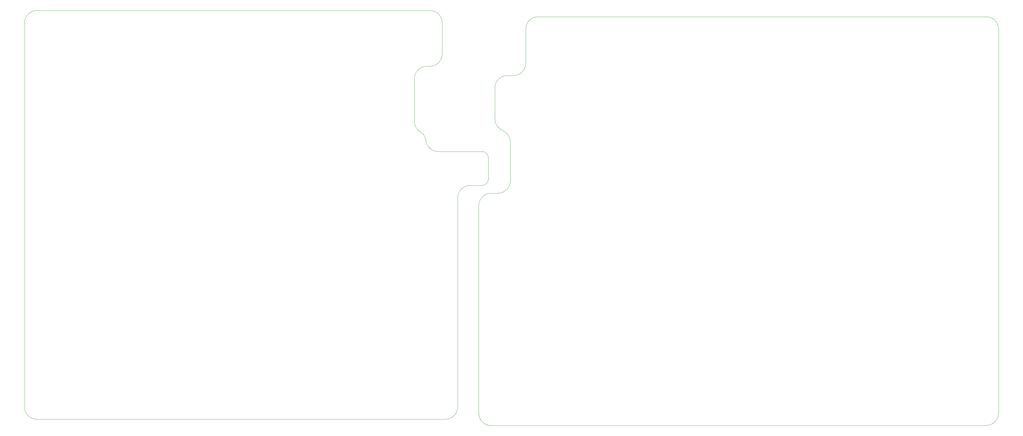
<source format=gbr>
G04 #@! TF.GenerationSoftware,KiCad,Pcbnew,(5.1.5)-3*
G04 #@! TF.CreationDate,2020-04-28T07:27:48+09:00*
G04 #@! TF.ProjectId,skc03-jis,736b6330-332d-46a6-9973-2e6b69636164,03*
G04 #@! TF.SameCoordinates,PX7565b60PY115170f0*
G04 #@! TF.FileFunction,Profile,NP*
%FSLAX46Y46*%
G04 Gerber Fmt 4.6, Leading zero omitted, Abs format (unit mm)*
G04 Created by KiCad (PCBNEW (5.1.5)-3) date 2020-04-28 07:27:48*
%MOMM*%
%LPD*%
G04 APERTURE LIST*
G04 #@! TA.AperFunction,Profile*
%ADD10C,0.100000*%
G04 #@! TD*
G04 APERTURE END LIST*
D10*
X160228499Y7380001D02*
X320228499Y7380001D01*
X156228499Y73830000D02*
X156228499Y78380000D01*
X9424988Y14702327D02*
X9424987Y137379276D01*
X324228499Y11380001D02*
G75*
G02X320228499Y7380001I-4000000J0D01*
G01*
X144422749Y127380726D02*
X144422749Y137379276D01*
X171417299Y135380001D02*
G75*
G02X175417299Y139380001I4000000J0D01*
G01*
X171417299Y135380001D02*
X171417299Y124380000D01*
X13424987Y141379275D02*
X140422750Y141379275D01*
X171417299Y124380000D02*
G75*
G02X167417299Y120380000I-4000000J0D01*
G01*
X320228499Y139380001D02*
G75*
G02X324228499Y135380001I0J-4000000D01*
G01*
X324228499Y11380001D02*
X324228499Y135380001D01*
X165424999Y120380001D02*
X167417299Y120380001D01*
X161425000Y116380001D02*
G75*
G02X165424999Y120380000I3999999J0D01*
G01*
X320228499Y139380001D02*
X175417299Y139380000D01*
X9424988Y137379276D02*
G75*
G02X13424987Y141379275I3999999J0D01*
G01*
X140422750Y141379275D02*
G75*
G02X144422749Y137379276I0J-3999999D01*
G01*
X137476198Y102095543D02*
G75*
G02X135423087Y105589770I1946889J3494227D01*
G01*
X161424999Y106380001D02*
X161425000Y116380001D01*
X163924999Y102671902D02*
G75*
G02X161424999Y106380001I1500000J3708099D01*
G01*
X163925000Y102671900D02*
G75*
G02X166424999Y98963802I-1500000J-3708098D01*
G01*
X166424999Y86380000D02*
X166424999Y98963802D01*
X166424999Y86380000D02*
G75*
G02X162424999Y82380000I-4000000J0D01*
G01*
X160228499Y82380000D02*
X162424999Y82380000D01*
X156228499Y78380000D02*
G75*
G02X160228499Y82380000I4000000J0D01*
G01*
X156228499Y11380001D02*
X156228499Y73830000D01*
X149424988Y80899507D02*
X149424988Y13379275D01*
X149424988Y80899506D02*
G75*
G02X153424976Y84899507I4000000J1D01*
G01*
X157294948Y84899519D02*
X153424976Y84899507D01*
X159294942Y86899517D02*
G75*
G02X157294948Y84899519I-1999999J1D01*
G01*
X159294943Y93859517D02*
X159294943Y86899518D01*
X157294943Y95859517D02*
G75*
G02X159294943Y93859517I0J-2000000D01*
G01*
X143119168Y95859515D02*
X157294942Y95859517D01*
X143119169Y95859515D02*
G75*
G02X139140013Y99451681I-1J4000000D01*
G01*
X138949998Y100325416D02*
G75*
G02X139140013Y99451681I-3789139J-1281568D01*
G01*
X137476198Y102095543D02*
G75*
G02X138949998Y100325416I-1557511J-2795381D01*
G01*
X156247761Y10987932D02*
X156228499Y11380001D01*
X156305358Y10599639D02*
X156247761Y10987932D01*
X156400738Y10218862D02*
X156305358Y10599639D01*
X156532981Y9849267D02*
X156400738Y10218862D01*
X156700814Y9494414D02*
X156532981Y9849267D01*
X156902621Y9157720D02*
X156700814Y9494414D01*
X157136458Y8842427D02*
X156902621Y9157720D01*
X157400072Y8551573D02*
X157136458Y8842427D01*
X157690926Y8287959D02*
X157400072Y8551573D01*
X158006219Y8054122D02*
X157690926Y8287959D01*
X158342913Y7852315D02*
X158006219Y8054122D01*
X158697766Y7684482D02*
X158342913Y7852315D01*
X159067361Y7552239D02*
X158697766Y7684482D01*
X159448138Y7456859D02*
X159067361Y7552239D01*
X159836431Y7399262D02*
X159448138Y7456859D01*
X160228499Y7380001D02*
X159836431Y7399262D01*
X149424988Y13379275D02*
G75*
G02X145424988Y9379275I-4000000J0D01*
G01*
X135423087Y119380727D02*
X135423087Y105589770D01*
X135423088Y119380727D02*
G75*
G02X139423087Y123380726I3999999J0D01*
G01*
X140422750Y123380727D02*
X139423087Y123380726D01*
X144422749Y127380726D02*
G75*
G02X140422750Y123380727I-3999999J0D01*
G01*
X145424988Y9379275D02*
X13424987Y9379275D01*
X9424987Y13379275D02*
X9424988Y14702327D01*
X13424987Y9379275D02*
G75*
G02X9424987Y13379275I0J4000000D01*
G01*
M02*

</source>
